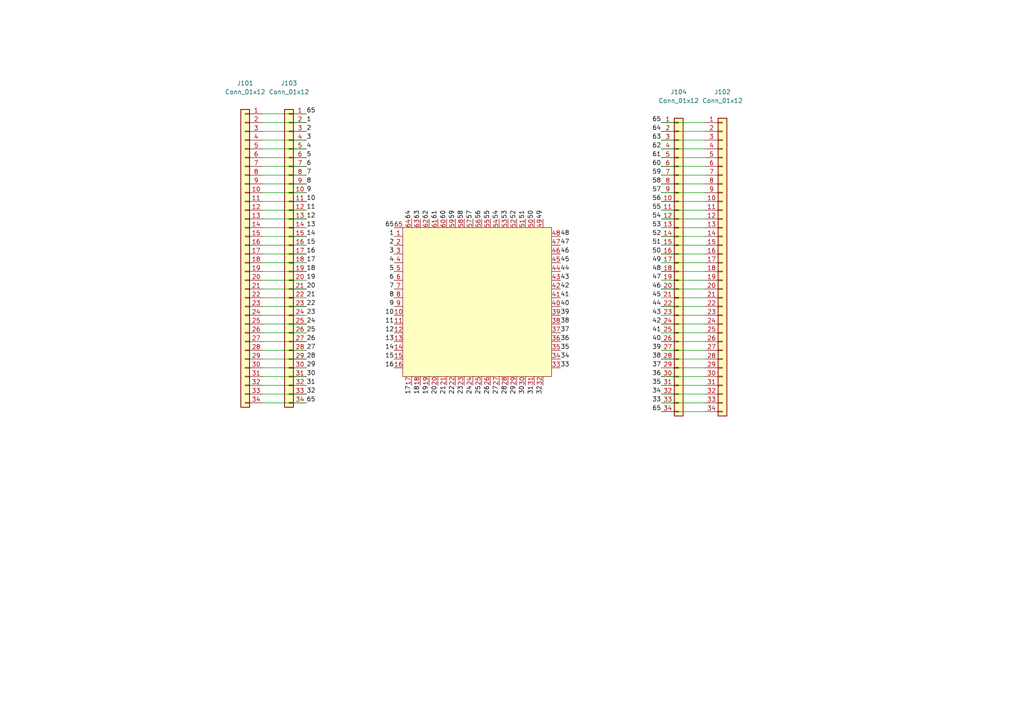
<source format=kicad_sch>
(kicad_sch (version 20250114) (generator "eeschema") (generator_version "9.0")
  (paper "A4")
  (lib_symbols
    (symbol "Connector_Generic:Conn_01x34" (pin_names (offset 1.016) (hide yes))
      (property "Reference" "J" (at 0 43.18 0))
      (property "Value" "Conn_01x34" (at 0 -45.72 0))
      (symbol "Conn_01x34_1_1"
        (rectangle (start -1.27 41.91) (end 1.27 -44.45) (stroke (width 0.254)) (fill (type background)))
        (rectangle (start -1.27 40.767) (end 0 40.513) (stroke (width 0.1524)))
        (rectangle (start -1.27 38.227) (end 0 37.973) (stroke (width 0.1524)))
        (rectangle (start -1.27 35.687) (end 0 35.433) (stroke (width 0.1524)))
        (rectangle (start -1.27 33.147) (end 0 32.893) (stroke (width 0.1524)))
        (rectangle (start -1.27 30.607) (end 0 30.353) (stroke (width 0.1524)))
        (rectangle (start -1.27 28.067) (end 0 27.813) (stroke (width 0.1524)))
        (rectangle (start -1.27 25.527) (end 0 25.273) (stroke (width 0.1524)))
        (rectangle (start -1.27 22.987) (end 0 22.733) (stroke (width 0.1524)))
        (rectangle (start -1.27 20.447) (end 0 20.193) (stroke (width 0.1524)))
        (rectangle (start -1.27 17.907) (end 0 17.653) (stroke (width 0.1524)))
        (rectangle (start -1.27 15.367) (end 0 15.113) (stroke (width 0.1524)))
        (rectangle (start -1.27 12.827) (end 0 12.573) (stroke (width 0.1524)))
        (rectangle (start -1.27 10.287) (end 0 10.033) (stroke (width 0.1524)))
        (rectangle (start -1.27 7.747) (end 0 7.493) (stroke (width 0.1524)))
        (rectangle (start -1.27 5.207) (end 0 4.953) (stroke (width 0.1524)))
        (rectangle (start -1.27 2.667) (end 0 2.413) (stroke (width 0.1524)))
        (rectangle (start -1.27 0.127) (end 0 -0.127) (stroke (width 0.1524)))
        (rectangle (start -1.27 -2.413) (end 0 -2.667) (stroke (width 0.1524)))
        (rectangle (start -1.27 -4.953) (end 0 -5.207) (stroke (width 0.1524)))
        (rectangle (start -1.27 -7.493) (end 0 -7.747) (stroke (width 0.1524)))
        (rectangle (start -1.27 -10.033) (end 0 -10.287) (stroke (width 0.1524)))
        (rectangle (start -1.27 -12.573) (end 0 -12.827) (stroke (width 0.1524)))
        (rectangle (start -1.27 -15.113) (end 0 -15.367) (stroke (width 0.1524)))
        (rectangle (start -1.27 -17.653) (end 0 -17.907) (stroke (width 0.1524)))
        (rectangle (start -1.27 -20.193) (end 0 -20.447) (stroke (width 0.1524)))
        (rectangle (start -1.27 -22.733) (end 0 -22.987) (stroke (width 0.1524)))
        (rectangle (start -1.27 -25.273) (end 0 -25.527) (stroke (width 0.1524)))
        (rectangle (start -1.27 -27.813) (end 0 -28.067) (stroke (width 0.1524)))
        (rectangle (start -1.27 -30.353) (end 0 -30.607) (stroke (width 0.1524)))
        (rectangle (start -1.27 -32.893) (end 0 -33.147) (stroke (width 0.1524)))
        (rectangle (start -1.27 -35.433) (end 0 -35.687) (stroke (width 0.1524)))
        (rectangle (start -1.27 -37.973) (end 0 -38.227) (stroke (width 0.1524)))
        (rectangle (start -1.27 -40.513) (end 0 -40.767) (stroke (width 0.1524)))
        (rectangle (start -1.27 -43.053) (end 0 -43.307) (stroke (width 0.1524)))
        (pin passive line (at -5.08 40.64 0) (length 3.81) (name "Pin_1") (number "1"))
        (pin passive line (at -5.08 38.1 0) (length 3.81) (name "Pin_2") (number "2"))
        (pin passive line (at -5.08 35.56 0) (length 3.81) (name "Pin_3") (number "3"))
        (pin passive line (at -5.08 33.02 0) (length 3.81) (name "Pin_4") (number "4"))
        (pin passive line (at -5.08 30.48 0) (length 3.81) (name "Pin_5") (number "5"))
        (pin passive line (at -5.08 27.94 0) (length 3.81) (name "Pin_6") (number "6"))
        (pin passive line (at -5.08 25.4 0) (length 3.81) (name "Pin_7") (number "7"))
        (pin passive line (at -5.08 22.86 0) (length 3.81) (name "Pin_8") (number "8"))
        (pin passive line (at -5.08 20.32 0) (length 3.81) (name "Pin_9") (number "9"))
        (pin passive line (at -5.08 17.78 0) (length 3.81) (name "Pin_10") (number "10"))
        (pin passive line (at -5.08 15.24 0) (length 3.81) (name "Pin_11") (number "11"))
        (pin passive line (at -5.08 12.7 0) (length 3.81) (name "Pin_12") (number "12"))
        (pin passive line (at -5.08 10.16 0) (length 3.81) (name "Pin_13") (number "13"))
        (pin passive line (at -5.08 7.62 0) (length 3.81) (name "Pin_14") (number "14"))
        (pin passive line (at -5.08 5.08 0) (length 3.81) (name "Pin_15") (number "15"))
        (pin passive line (at -5.08 2.54 0) (length 3.81) (name "Pin_16") (number "16"))
        (pin passive line (at -5.08 0 0) (length 3.81) (name "Pin_17") (number "17"))
        (pin passive line (at -5.08 -2.54 0) (length 3.81) (name "Pin_18") (number "18"))
        (pin passive line (at -5.08 -5.08 0) (length 3.81) (name "Pin_19") (number "19"))
        (pin passive line (at -5.08 -7.62 0) (length 3.81) (name "Pin_20") (number "20"))
        (pin passive line (at -5.08 -10.16 0) (length 3.81) (name "Pin_21") (number "21"))
        (pin passive line (at -5.08 -12.7 0) (length 3.81) (name "Pin_22") (number "22"))
        (pin passive line (at -5.08 -15.24 0) (length 3.81) (name "Pin_23") (number "23"))
        (pin passive line (at -5.08 -17.78 0) (length 3.81) (name "Pin_24") (number "24"))
        (pin passive line (at -5.08 -20.32 0) (length 3.81) (name "Pin_25") (number "25"))
        (pin passive line (at -5.08 -22.86 0) (length 3.81) (name "Pin_26") (number "26"))
        (pin passive line (at -5.08 -25.4 0) (length 3.81) (name "Pin_27") (number "27"))
        (pin passive line (at -5.08 -27.94 0) (length 3.81) (name "Pin_28") (number "28"))
        (pin passive line (at -5.08 -30.48 0) (length 3.81) (name "Pin_29") (number "29"))
        (pin passive line (at -5.08 -33.02 0) (length 3.81) (name "Pin_30") (number "30"))
        (pin passive line (at -5.08 -35.56 0) (length 3.81) (name "Pin_31") (number "31"))
        (pin passive line (at -5.08 -38.1 0) (length 3.81) (name "Pin_32") (number "32"))
        (pin passive line (at -5.08 -40.64 0) (length 3.81) (name "Pin_33") (number "33"))
        (pin passive line (at -5.08 -43.18 0) (length 3.81) (name "Pin_34") (number "34"))
      )
    )
    (symbol "Interface_Ethernet:VSC8541XMV-0x"
      (symbol "VSC8541XMV-0x_0_0"
        (pin unspecified line (at -24.13 21.59 0) (length 2.54) (name "") (number "65"))
        (pin unspecified line (at -24.13 19.05 0) (length 2.54) (name "") (number "1"))
        (pin unspecified line (at -24.13 16.51 0) (length 2.54) (name "") (number "2"))
        (pin unspecified line (at -24.13 13.97 0) (length 2.54) (name "") (number "3"))
        (pin unspecified line (at -24.13 11.43 0) (length 2.54) (name "") (number "4"))
        (pin unspecified line (at -24.13 8.89 0) (length 2.54) (name "") (number "5"))
        (pin unspecified line (at -24.13 6.35 0) (length 2.54) (name "") (number "6"))
        (pin unspecified line (at -24.13 3.81 0) (length 2.54) (name "") (number "7"))
        (pin unspecified line (at -24.13 1.27 0) (length 2.54) (name "") (number "8"))
        (pin unspecified line (at -24.13 -1.27 0) (length 2.54) (name "") (number "9"))
        (pin unspecified line (at -24.13 -3.81 0) (length 2.54) (name "") (number "10"))
        (pin unspecified line (at -24.13 -6.35 0) (length 2.54) (name "") (number "11"))
        (pin unspecified line (at -24.13 -8.89 0) (length 2.54) (name "") (number "12"))
        (pin unspecified line (at -24.13 -11.43 0) (length 2.54) (name "") (number "13"))
        (pin unspecified line (at -24.13 -13.97 0) (length 2.54) (name "") (number "14"))
        (pin unspecified line (at -24.13 -16.51 0) (length 2.54) (name "") (number "15"))
        (pin unspecified line (at -24.13 -19.05 0) (length 2.54) (name "") (number "16"))
        (pin unspecified line (at -19.05 24.13 270) (length 2.54) (name "") (number "64"))
        (pin unspecified line (at -19.05 -24.13 90) (length 2.54) (name "") (number "17"))
        (pin unspecified line (at -16.51 24.13 270) (length 2.54) (name "") (number "63"))
        (pin unspecified line (at -16.51 -24.13 90) (length 2.54) (name "") (number "18"))
        (pin unspecified line (at -13.97 24.13 270) (length 2.54) (name "") (number "62"))
        (pin unspecified line (at -13.97 -24.13 90) (length 2.54) (name "") (number "19"))
        (pin unspecified line (at -11.43 24.13 270) (length 2.54) (name "") (number "61"))
        (pin unspecified line (at -11.43 -24.13 90) (length 2.54) (name "") (number "20"))
        (pin unspecified line (at -8.89 24.13 270) (length 2.54) (name "") (number "60"))
        (pin unspecified line (at -8.89 -24.13 90) (length 2.54) (name "") (number "21"))
        (pin unspecified line (at -6.35 24.13 270) (length 2.54) (name "") (number "59"))
        (pin unspecified line (at -6.35 -24.13 90) (length 2.54) (name "") (number "22"))
        (pin unspecified line (at -3.81 24.13 270) (length 2.54) (name "") (number "58"))
        (pin unspecified line (at -3.81 -24.13 90) (length 2.54) (name "") (number "23"))
        (pin unspecified line (at -1.27 24.13 270) (length 2.54) (name "") (number "57"))
        (pin unspecified line (at -1.27 -24.13 90) (length 2.54) (name "") (number "24"))
        (pin unspecified line (at 1.27 24.13 270) (length 2.54) (name "") (number "56"))
        (pin unspecified line (at 1.27 -24.13 90) (length 2.54) (name "") (number "25"))
        (pin unspecified line (at 3.81 24.13 270) (length 2.54) (name "") (number "55"))
        (pin unspecified line (at 3.81 -24.13 90) (length 2.54) (name "") (number "26"))
        (pin unspecified line (at 6.35 24.13 270) (length 2.54) (name "") (number "54"))
        (pin unspecified line (at 6.35 -24.13 90) (length 2.54) (name "") (number "27"))
        (pin unspecified line (at 8.89 24.13 270) (length 2.54) (name "") (number "53"))
        (pin unspecified line (at 8.89 -24.13 90) (length 2.54) (name "") (number "28"))
        (pin unspecified line (at 11.43 24.13 270) (length 2.54) (name "") (number "52"))
        (pin unspecified line (at 11.43 -24.13 90) (length 2.54) (name "") (number "29"))
        (pin unspecified line (at 13.97 24.13 270) (length 2.54) (name "") (number "51"))
        (pin unspecified line (at 13.97 -24.13 90) (length 2.54) (name "") (number "30"))
        (pin unspecified line (at 16.51 24.13 270) (length 2.54) (name "") (number "50"))
        (pin unspecified line (at 16.51 -24.13 90) (length 2.54) (name "") (number "31"))
        (pin unspecified line (at 19.05 24.13 270) (length 2.54) (name "") (number "49"))
        (pin unspecified line (at 19.05 -24.13 90) (length 2.54) (name "") (number "32"))
        (pin unspecified line (at 24.13 19.05 180) (length 2.54) (name "") (number "48"))
        (pin unspecified line (at 24.13 16.51 180) (length 2.54) (name "") (number "47"))
        (pin unspecified line (at 24.13 13.97 180) (length 2.54) (name "") (number "46"))
        (pin unspecified line (at 24.13 11.43 180) (length 2.54) (name "") (number "45"))
        (pin unspecified line (at 24.13 8.89 180) (length 2.54) (name "") (number "44"))
        (pin unspecified line (at 24.13 6.35 180) (length 2.54) (name "") (number "43"))
        (pin unspecified line (at 24.13 3.81 180) (length 2.54) (name "") (number "42"))
        (pin unspecified line (at 24.13 1.27 180) (length 2.54) (name "") (number "41"))
        (pin unspecified line (at 24.13 -1.27 180) (length 2.54) (name "") (number "40"))
        (pin unspecified line (at 24.13 -3.81 180) (length 2.54) (name "") (number "39"))
        (pin unspecified line (at 24.13 -6.35 180) (length 2.54) (name "") (number "38"))
        (pin unspecified line (at 24.13 -8.89 180) (length 2.54) (name "") (number "37"))
        (pin unspecified line (at 24.13 -11.43 180) (length 2.54) (name "") (number "36"))
        (pin unspecified line (at 24.13 -13.97 180) (length 2.54) (name "") (number "35"))
        (pin unspecified line (at 24.13 -16.51 180) (length 2.54) (name "") (number "34"))
        (pin unspecified line (at 24.13 -19.05 180) (length 2.54) (name "") (number "33"))
      )
      (symbol "VSC8541XMV-0x_1_1"
        (rectangle (start -21.59 21.59) (end 21.59 -21.59) (fill (type background)))
      )
    )
  )
  (wire (pts (xy 204.47 66.04) (xy 191.77 66.04)))
  (wire (pts (xy 76.2 96.52) (xy 88.9 96.52)))
  (wire (pts (xy 76.2 60.96) (xy 88.9 60.96)))
  (wire (pts (xy 191.77 43.18) (xy 204.47 43.18)))
  (wire (pts (xy 76.2 88.9) (xy 88.9 88.9)))
  (wire (pts (xy 191.77 106.68) (xy 204.47 106.68)))
  (wire (pts (xy 76.2 104.14) (xy 88.9 104.14)))
  (wire (pts (xy 76.2 48.26) (xy 88.9 48.26)))
  (wire (pts (xy 76.2 50.8) (xy 88.9 50.8)))
  (wire (pts (xy 191.77 48.26) (xy 204.47 48.26)))
  (wire (pts (xy 76.2 71.12) (xy 88.9 71.12)))
  (wire (pts (xy 191.77 93.98) (xy 204.47 93.98)))
  (wire (pts (xy 76.2 43.18) (xy 88.9 43.18)))
  (wire (pts (xy 204.47 81.28) (xy 191.77 81.28)))
  (wire (pts (xy 76.2 63.5) (xy 88.9 63.5)))
  (wire (pts (xy 76.2 45.72) (xy 88.9 45.72)))
  (wire (pts (xy 76.2 66.04) (xy 88.9 66.04)))
  (wire (pts (xy 76.2 93.98) (xy 88.9 93.98)))
  (wire (pts (xy 204.47 88.9) (xy 191.77 88.9)))
  (wire (pts (xy 191.77 53.34) (xy 204.47 53.34)))
  (wire (pts (xy 204.47 78.74) (xy 191.77 78.74)))
  (wire (pts (xy 191.77 104.14) (xy 204.47 104.14)))
  (wire (pts (xy 204.47 76.2) (xy 191.77 76.2)))
  (wire (pts (xy 191.77 55.88) (xy 204.47 55.88)))
  (wire (pts (xy 76.2 83.82) (xy 88.9 83.82)))
  (wire (pts (xy 191.77 116.84) (xy 204.47 116.84)))
  (wire (pts (xy 191.77 60.96) (xy 204.47 60.96)))
  (wire (pts (xy 204.47 73.66) (xy 191.77 73.66)))
  (wire (pts (xy 76.2 111.76) (xy 88.9 111.76)))
  (wire (pts (xy 191.77 111.76) (xy 204.47 111.76)))
  (wire (pts (xy 76.2 53.34) (xy 88.9 53.34)))
  (wire (pts (xy 191.77 35.56) (xy 204.47 35.56)))
  (wire (pts (xy 191.77 38.1) (xy 204.47 38.1)))
  (wire (pts (xy 191.77 109.22) (xy 204.47 109.22)))
  (wire (pts (xy 76.2 116.84) (xy 88.9 116.84)))
  (wire (pts (xy 76.2 81.28) (xy 88.9 81.28)))
  (wire (pts (xy 204.47 63.5) (xy 191.77 63.5)))
  (wire (pts (xy 76.2 55.88) (xy 88.9 55.88)))
  (wire (pts (xy 76.2 35.56) (xy 88.9 35.56)))
  (wire (pts (xy 191.77 114.3) (xy 204.47 114.3)))
  (wire (pts (xy 76.2 99.06) (xy 88.9 99.06)))
  (wire (pts (xy 191.77 101.6) (xy 204.47 101.6)))
  (wire (pts (xy 76.2 68.58) (xy 88.9 68.58)))
  (wire (pts (xy 76.2 114.3) (xy 88.9 114.3)))
  (wire (pts (xy 204.47 91.44) (xy 191.77 91.44)))
  (wire (pts (xy 191.77 58.42) (xy 204.47 58.42)))
  (wire (pts (xy 191.77 96.52) (xy 204.47 96.52)))
  (wire (pts (xy 76.2 109.22) (xy 88.9 109.22)))
  (wire (pts (xy 204.47 71.12) (xy 191.77 71.12)))
  (wire (pts (xy 76.2 78.74) (xy 88.9 78.74)))
  (wire (pts (xy 76.2 101.6) (xy 88.9 101.6)))
  (wire (pts (xy 76.2 106.68) (xy 88.9 106.68)))
  (wire (pts (xy 191.77 99.06) (xy 204.47 99.06)))
  (wire (pts (xy 191.77 119.38) (xy 204.47 119.38)))
  (wire (pts (xy 76.2 33.02) (xy 88.9 33.02)))
  (wire (pts (xy 191.77 50.8) (xy 204.47 50.8)))
  (wire (pts (xy 191.77 45.72) (xy 204.47 45.72)))
  (wire (pts (xy 204.47 83.82) (xy 191.77 83.82)))
  (wire (pts (xy 76.2 86.36) (xy 88.9 86.36)))
  (wire (pts (xy 204.47 86.36) (xy 191.77 86.36)))
  (wire (pts (xy 76.2 38.1) (xy 88.9 38.1)))
  (wire (pts (xy 76.2 76.2) (xy 88.9 76.2)))
  (wire (pts (xy 76.2 58.42) (xy 88.9 58.42)))
  (wire (pts (xy 204.47 68.58) (xy 191.77 68.58)))
  (wire (pts (xy 76.2 40.64) (xy 88.9 40.64)))
  (wire (pts (xy 76.2 73.66) (xy 88.9 73.66)))
  (wire (pts (xy 76.2 91.44) (xy 88.9 91.44)))
  (wire (pts (xy 191.77 40.64) (xy 204.47 40.64)))
  (label "27" (at 144.78 111.76 270))
  (label "21" (at 88.9 86.36 0))
  (label "11" (at 114.3 93.98 180))
  (label "22" (at 132.08 111.76 270))
  (label "25" (at 139.7 111.76 270))
  (label "16" (at 114.3 106.68 180))
  (label "51" (at 152.4 63.5 90))
  (label "33" (at 162.56 106.68 0))
  (label "35" (at 162.56 101.6 0))
  (label "18" (at 121.92 111.76 270))
  (label "47" (at 162.56 71.12 0))
  (label "41" (at 162.56 86.36 0))
  (label "60" (at 129.54 63.5 90))
  (label "40" (at 162.56 88.9 0))
  (label "43" (at 162.56 81.28 0))
  (label "19" (at 124.46 111.76 270))
  (label "65" (at 88.9 116.84 0))
  (label "34" (at 162.56 104.14 0))
  (label "62" (at 191.77 43.18 180))
  (label "61" (at 191.77 45.72 180))
  (label "60" (at 191.77 48.26 180))
  (label "55" (at 191.77 60.96 180))
  (label "56" (at 191.77 58.42 180))
  (label "59" (at 191.77 50.8 180))
  (label "58" (at 191.77 53.34 180))
  (label "57" (at 191.77 55.88 180))
  (label "65" (at 191.77 35.56 180))
  (label "48" (at 191.77 78.74 180))
  (label "51" (at 191.77 71.12 180))
  (label "52" (at 191.77 68.58 180))
  (label "53" (at 191.77 66.04 180))
  (label "50" (at 191.77 73.66 180))
  (label "49" (at 191.77 76.2 180))
  (label "54" (at 191.77 63.5 180))
  (label "64" (at 191.77 38.1 180))
  (label "63" (at 191.77 40.64 180))
  (label "33" (at 191.77 116.84 180))
  (label "34" (at 191.77 114.3 180))
  (label "43" (at 191.77 91.44 180))
  (label "41" (at 191.77 96.52 180))
  (label "42" (at 191.77 93.98 180))
  (label "40" (at 191.77 99.06 180))
  (label "47" (at 191.77 81.28 180))
  (label "44" (at 191.77 88.9 180))
  (label "45" (at 191.77 86.36 180))
  (label "46" (at 191.77 83.82 180))
  (label "38" (at 191.77 104.14 180))
  (label "39" (at 191.77 101.6 180))
  (label "35" (at 191.77 111.76 180))
  (label "37" (at 191.77 106.68 180))
  (label "36" (at 191.77 109.22 180))
  (label "22" (at 88.9 88.9 0))
  (label "23" (at 88.9 91.44 0))
  (label "24" (at 88.9 93.98 0))
  (label "27" (at 88.9 101.6 0))
  (label "28" (at 88.9 104.14 0))
  (label "25" (at 88.9 96.52 0))
  (label "26" (at 88.9 99.06 0))
  (label "29" (at 88.9 106.68 0))
  (label "30" (at 88.9 109.22 0))
  (label "32" (at 88.9 114.3 0))
  (label "31" (at 88.9 111.76 0))
  (label "1" (at 114.3 68.58 180))
  (label "5" (at 114.3 78.74 180))
  (label "62" (at 124.46 63.5 90))
  (label "12" (at 88.9 63.5 0))
  (label "32" (at 157.48 111.76 270))
  (label "59" (at 132.08 63.5 90))
  (label "20" (at 127 111.76 270))
  (label "8" (at 114.3 86.36 180))
  (label "65" (at 114.3 66.04 180))
  (label "53" (at 147.32 63.5 90))
  (label "55" (at 142.24 63.5 90))
  (label "10" (at 88.9 58.42 0))
  (label "54" (at 144.78 63.5 90))
  (label "14" (at 114.3 101.6 180))
  (label "39" (at 162.56 91.44 0))
  (label "37" (at 162.56 96.52 0))
  (label "14" (at 88.9 68.58 0))
  (label "3" (at 88.9 40.64 0))
  (label "63" (at 121.92 63.5 90))
  (label "61" (at 127 63.5 90))
  (label "8" (at 88.9 53.34 0))
  (label "4" (at 88.9 43.18 0))
  (label "56" (at 139.7 63.5 90))
  (label "64" (at 119.38 63.5 90))
  (label "3" (at 114.3 73.66 180))
  (label "46" (at 162.56 73.66 0))
  (label "49" (at 157.48 63.5 90))
  (label "7" (at 88.9 50.8 0))
  (label "57" (at 137.16 63.5 90))
  (label "12" (at 114.3 96.52 180))
  (label "7" (at 114.3 83.82 180))
  (label "15" (at 88.9 71.12 0))
  (label "45" (at 162.56 76.2 0))
  (label "30" (at 152.4 111.76 270))
  (label "2" (at 88.9 38.1 0))
  (label "44" (at 162.56 78.74 0))
  (label "36" (at 162.56 99.06 0))
  (label "17" (at 119.38 111.76 270))
  (label "42" (at 162.56 83.82 0))
  (label "65" (at 88.9 33.02 0))
  (label "48" (at 162.56 68.58 0))
  (label "21" (at 129.54 111.76 270))
  (label "17" (at 88.9 76.2 0))
  (label "1" (at 88.9 35.56 0))
  (label "52" (at 149.86 63.5 90))
  (label "2" (at 114.3 71.12 180))
  (label "24" (at 137.16 111.76 270))
  (label "13" (at 114.3 99.06 180))
  (label "38" (at 162.56 93.98 0))
  (label "50" (at 154.94 63.5 90))
  (label "4" (at 114.3 76.2 180))
  (label "15" (at 114.3 104.14 180))
  (label "9" (at 114.3 88.9 180))
  (label "19" (at 88.9 81.28 0))
  (label "65" (at 191.77 119.38 180))
  (label "11" (at 88.9 60.96 0))
  (label "20" (at 88.9 83.82 0))
  (label "5" (at 88.9 45.72 0))
  (label "58" (at 134.62 63.5 90))
  (label "28" (at 147.32 111.76 270))
  (label "26" (at 142.24 111.76 270))
  (label "18" (at 88.9 78.74 0))
  (label "9" (at 88.9 55.88 0))
  (label "16" (at 88.9 73.66 0))
  (label "6" (at 88.9 48.26 0))
  (label "31" (at 154.94 111.76 270))
  (label "6" (at 114.3 81.28 180))
  (label "10" (at 114.3 91.44 180))
  (label "29" (at 149.86 111.76 270))
  (label "13" (at 88.9 66.04 0))
  (label "23" (at 134.62 111.76 270))
  (symbol (lib_id "Interface_Ethernet:VSC8541XMV-0x") (at 138.43 87.63 0) (unit 1)
    (property "Reference" "U101" (effects (hide yes)))
    (property "Value" "QFN-64" (effects (hide yes)))
    (property "Footprint" "libraries:QFN50P900X900X80-65N-D" (effects (hide yes)))
  )
  (symbol (lib_id "Connector_Generic:Conn_01x34") (at 71.12 73.66 0) (mirror y) (unit 1)
    (property "Reference" "J101" (at 71.12 24.13 0))
    (property "Value" "Conn_01x12" (at 71.12 26.67 0))
    (property "Footprint" "Connector_PinHeader_2.54mm:PinHeader_1x34_P2.54mm_Vertical_SMD_Pin1Left" (effects (hide yes)))
    (property "Description" "Generic connector, single row, 01x34, script generated (kicad-library-utils/schlib/autogen/connector/)" (effects (hide yes)))
  )
  (symbol (lib_id "Connector_Generic:Conn_01x34") (at 83.82 73.66 0) (mirror y) (unit 1)
    (property "Reference" "J103" (at 83.82 24.13 0))
    (property "Value" "Conn_01x12" (at 83.82 26.67 0))
    (property "Footprint" "Connector_PinHeader_2.54mm:PinHeader_1x34_P2.54mm_Vertical" (effects (hide yes)))
    (property "Description" "Generic connector, single row, 01x34, script generated (kicad-library-utils/schlib/autogen/connector/)" (effects (hide yes)))
  )
  (symbol (lib_id "Connector_Generic:Conn_01x34") (at 209.55 76.2 0) (unit 1)
    (property "Reference" "J102" (at 209.55 26.67 0))
    (property "Value" "Conn_01x12" (at 209.55 29.21 0))
    (property "Footprint" "Connector_PinHeader_2.54mm:PinHeader_1x34_P2.54mm_Vertical" (effects (hide yes)))
    (property "Description" "Generic connector, single row, 01x34, script generated (kicad-library-utils/schlib/autogen/connector/)" (effects (hide yes)))
  )
  (symbol (lib_id "Connector_Generic:Conn_01x34") (at 196.85 76.2 0) (unit 1)
    (property "Reference" "J104" (at 196.85 26.67 0))
    (property "Value" "Conn_01x12" (at 196.85 29.21 0))
    (property "Footprint" "Connector_PinHeader_2.54mm:PinHeader_1x34_P2.54mm_Vertical_SMD_Pin1Right" (effects (hide yes)))
    (property "Description" "Generic connector, single row, 01x34, script generated (kicad-library-utils/schlib/autogen/connector/)" (effects (hide yes)))
  )
)
</source>
